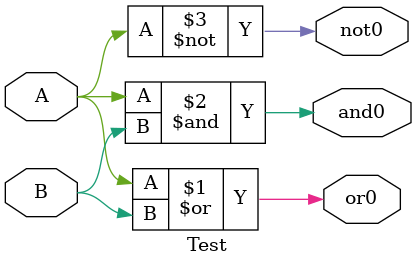
<source format=v>
`timescale 1ns / 1ps


module Test(
    input A,
    input B,
    output or0,
    output and0,
    output not0
    );
    
    assign or0 = A | B;
    assign and0 = A & B;
    assign not0 = ~A;
    
endmodule

</source>
